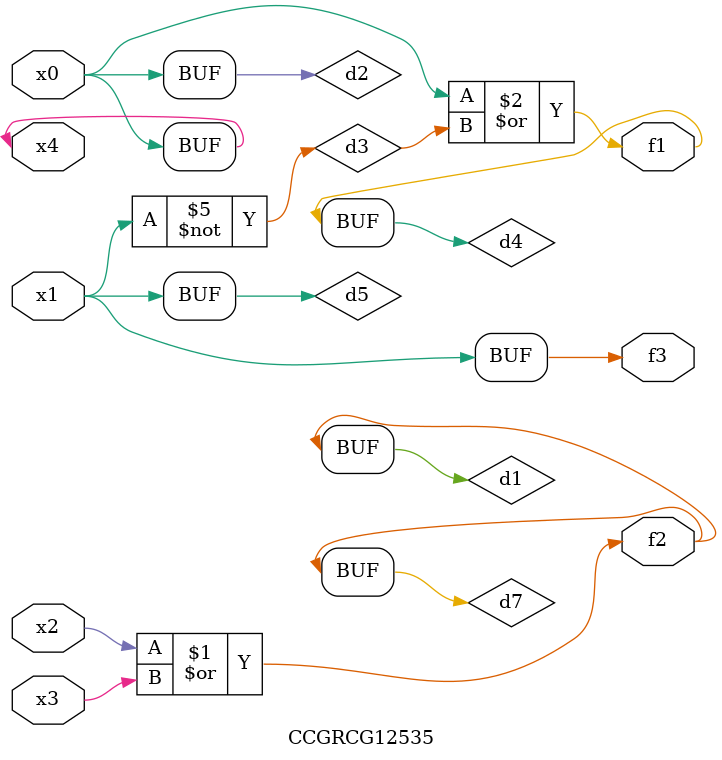
<source format=v>
module CCGRCG12535(
	input x0, x1, x2, x3, x4,
	output f1, f2, f3
);

	wire d1, d2, d3, d4, d5, d6, d7;

	or (d1, x2, x3);
	buf (d2, x0, x4);
	not (d3, x1);
	or (d4, d2, d3);
	not (d5, d3);
	nand (d6, d1, d3);
	or (d7, d1);
	assign f1 = d4;
	assign f2 = d7;
	assign f3 = d5;
endmodule

</source>
